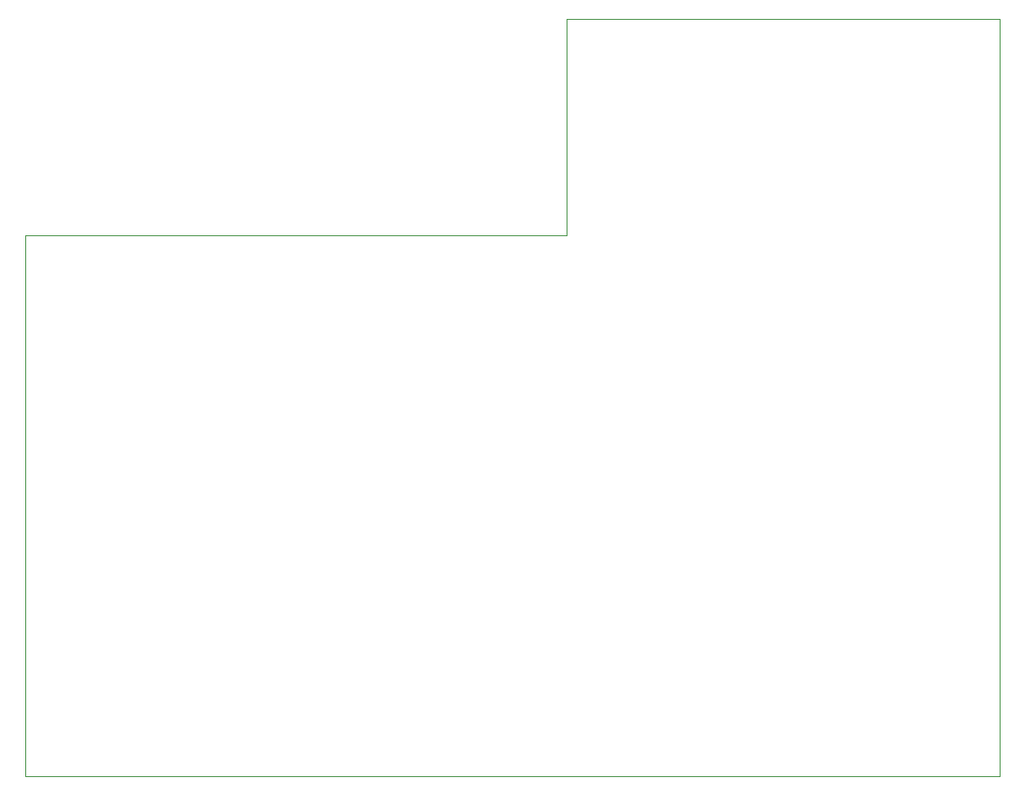
<source format=gbr>
%TF.GenerationSoftware,KiCad,Pcbnew,(6.0.1)*%
%TF.CreationDate,2022-09-26T20:39:58+01:00*%
%TF.ProjectId,psp-bluetooth,7073702d-626c-4756-9574-6f6f74682e6b,4*%
%TF.SameCoordinates,Original*%
%TF.FileFunction,Profile,NP*%
%FSLAX46Y46*%
G04 Gerber Fmt 4.6, Leading zero omitted, Abs format (unit mm)*
G04 Created by KiCad (PCBNEW (6.0.1)) date 2022-09-26 20:39:58*
%MOMM*%
%LPD*%
G01*
G04 APERTURE LIST*
%TA.AperFunction,Profile*%
%ADD10C,0.100000*%
%TD*%
G04 APERTURE END LIST*
D10*
X160020000Y-45720000D02*
X109220000Y-45720000D01*
X160020000Y-25400000D02*
X160020000Y-45720000D01*
X160020000Y-25400000D02*
X200660000Y-25400000D01*
X200660000Y-96520000D02*
X200660000Y-25400000D01*
X109220000Y-45720000D02*
X109220000Y-96520000D01*
X200660000Y-96520000D02*
X109220000Y-96520000D01*
M02*

</source>
